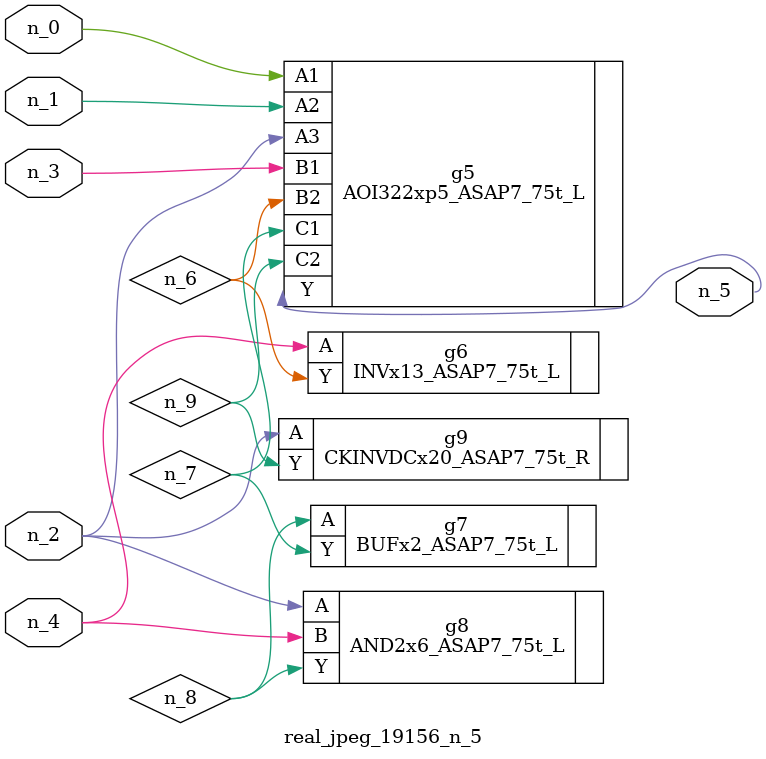
<source format=v>
module real_jpeg_19156_n_5 (n_4, n_0, n_1, n_2, n_3, n_5);

input n_4;
input n_0;
input n_1;
input n_2;
input n_3;

output n_5;

wire n_8;
wire n_6;
wire n_7;
wire n_9;

AOI322xp5_ASAP7_75t_L g5 ( 
.A1(n_0),
.A2(n_1),
.A3(n_2),
.B1(n_3),
.B2(n_6),
.C1(n_7),
.C2(n_9),
.Y(n_5)
);

AND2x6_ASAP7_75t_L g8 ( 
.A(n_2),
.B(n_4),
.Y(n_8)
);

CKINVDCx20_ASAP7_75t_R g9 ( 
.A(n_2),
.Y(n_9)
);

INVx13_ASAP7_75t_L g6 ( 
.A(n_4),
.Y(n_6)
);

BUFx2_ASAP7_75t_L g7 ( 
.A(n_8),
.Y(n_7)
);


endmodule
</source>
